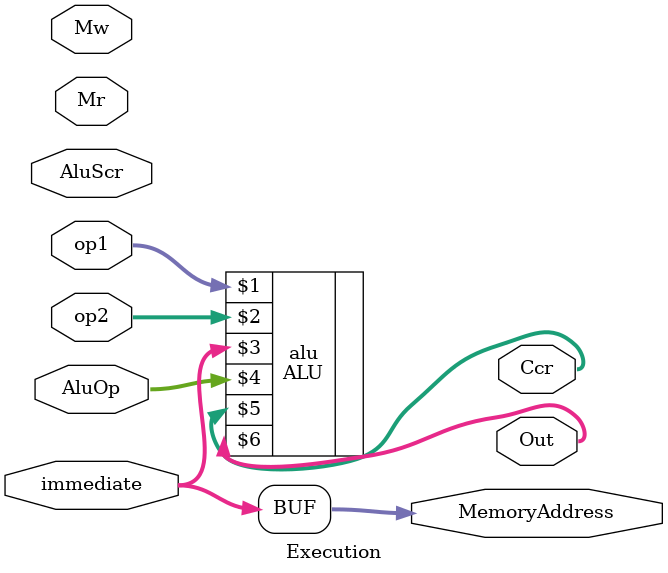
<source format=v>
module Execution(input [15:0]op1,
                 input [15:0]op2,
                 input[15:0]immediate,
                 input[2:0]AluOp, 
                 input AluScr,
                 input Mr,
                 input Mw,
                 output[2:0] Ccr,
                 output[15:0]MemoryAddress,
                 output[15:0] Out
                 );
//wire [15:0] Rd;
 //Mux16Bit muxRd(op2,immediate,AluScr,Rd);
 ALU alu(op1,op2,immediate,AluOp,Ccr, Out);
assign MemoryAddress=immediate;
endmodule

</source>
